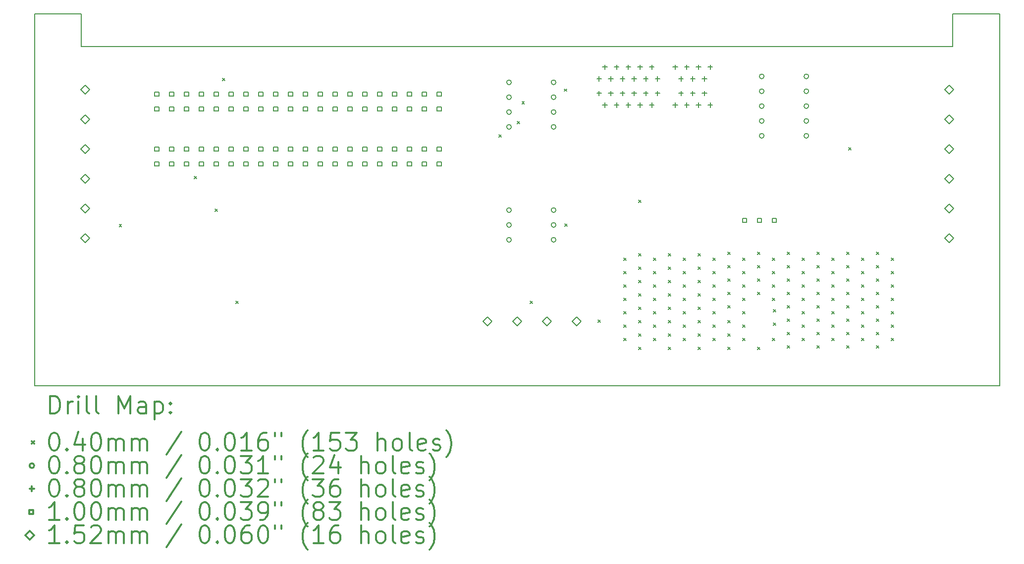
<source format=gbr>
%FSLAX45Y45*%
G04 Gerber Fmt 4.5, Leading zero omitted, Abs format (unit mm)*
G04 Created by KiCad (PCBNEW 4.0.6) date 04/10/18 12:10:36*
%MOMM*%
%LPD*%
G01*
G04 APERTURE LIST*
%ADD10C,0.127000*%
%ADD11C,0.150000*%
%ADD12C,0.200000*%
%ADD13C,0.300000*%
G04 APERTURE END LIST*
D10*
D11*
X6573600Y-9101600D02*
X23063600Y-9101600D01*
X6573600Y-9101600D02*
X7623600Y-9101600D01*
X22263600Y-2743200D02*
X23063600Y-2743200D01*
X22263600Y-2743200D02*
X22263600Y-3300000D01*
X23063600Y-2743200D02*
X23063600Y-9101600D01*
X7373600Y-3300000D02*
X7373600Y-2743200D01*
X6573600Y-2743200D02*
X7373600Y-2743200D01*
X6573600Y-2743200D02*
X6573600Y-9101600D01*
X7373600Y-3300000D02*
X22263600Y-3300000D01*
D12*
X8019100Y-6342700D02*
X8059100Y-6382700D01*
X8059100Y-6342700D02*
X8019100Y-6382700D01*
X9301800Y-5517200D02*
X9341800Y-5557200D01*
X9341800Y-5517200D02*
X9301800Y-5557200D01*
X9657400Y-6076000D02*
X9697400Y-6116000D01*
X9697400Y-6076000D02*
X9657400Y-6116000D01*
X9784400Y-3840800D02*
X9824400Y-3880800D01*
X9824400Y-3840800D02*
X9784400Y-3880800D01*
X10013000Y-7650800D02*
X10053000Y-7690800D01*
X10053000Y-7650800D02*
X10013000Y-7690800D01*
X14508800Y-4806000D02*
X14548800Y-4846000D01*
X14548800Y-4806000D02*
X14508800Y-4846000D01*
X14819950Y-4577400D02*
X14859950Y-4617400D01*
X14859950Y-4577400D02*
X14819950Y-4617400D01*
X14902500Y-4240850D02*
X14942500Y-4280850D01*
X14942500Y-4240850D02*
X14902500Y-4280850D01*
X15042200Y-7650800D02*
X15082200Y-7690800D01*
X15082200Y-7650800D02*
X15042200Y-7690800D01*
X15626400Y-4024950D02*
X15666400Y-4064950D01*
X15666400Y-4024950D02*
X15626400Y-4064950D01*
X15632750Y-6330000D02*
X15672750Y-6370000D01*
X15672750Y-6330000D02*
X15632750Y-6370000D01*
X16200694Y-7976428D02*
X16240694Y-8016428D01*
X16240694Y-7976428D02*
X16200694Y-8016428D01*
X16642400Y-6914200D02*
X16682400Y-6954200D01*
X16682400Y-6914200D02*
X16642400Y-6954200D01*
X16642400Y-7142800D02*
X16682400Y-7182800D01*
X16682400Y-7142800D02*
X16642400Y-7182800D01*
X16642400Y-7371400D02*
X16682400Y-7411400D01*
X16682400Y-7371400D02*
X16642400Y-7411400D01*
X16642400Y-7600000D02*
X16682400Y-7640000D01*
X16682400Y-7600000D02*
X16642400Y-7640000D01*
X16642400Y-7828600D02*
X16682400Y-7868600D01*
X16682400Y-7828600D02*
X16642400Y-7868600D01*
X16642400Y-8057200D02*
X16682400Y-8097200D01*
X16682400Y-8057200D02*
X16642400Y-8097200D01*
X16642400Y-8285800D02*
X16682400Y-8325800D01*
X16682400Y-8285800D02*
X16642400Y-8325800D01*
X16896400Y-5923600D02*
X16936400Y-5963600D01*
X16936400Y-5923600D02*
X16896400Y-5963600D01*
X16896400Y-6838000D02*
X16936400Y-6878000D01*
X16936400Y-6838000D02*
X16896400Y-6878000D01*
X16896400Y-7066600D02*
X16936400Y-7106600D01*
X16936400Y-7066600D02*
X16896400Y-7106600D01*
X16896400Y-7295200D02*
X16936400Y-7335200D01*
X16936400Y-7295200D02*
X16896400Y-7335200D01*
X16896400Y-7523800D02*
X16936400Y-7563800D01*
X16936400Y-7523800D02*
X16896400Y-7563800D01*
X16896400Y-7752400D02*
X16936400Y-7792400D01*
X16936400Y-7752400D02*
X16896400Y-7792400D01*
X16896400Y-7981000D02*
X16936400Y-8021000D01*
X16936400Y-7981000D02*
X16896400Y-8021000D01*
X16896400Y-8209600D02*
X16936400Y-8249600D01*
X16936400Y-8209600D02*
X16896400Y-8249600D01*
X16896400Y-8438200D02*
X16936400Y-8478200D01*
X16936400Y-8438200D02*
X16896400Y-8478200D01*
X17150400Y-6914200D02*
X17190400Y-6954200D01*
X17190400Y-6914200D02*
X17150400Y-6954200D01*
X17150400Y-7142800D02*
X17190400Y-7182800D01*
X17190400Y-7142800D02*
X17150400Y-7182800D01*
X17150400Y-7371400D02*
X17190400Y-7411400D01*
X17190400Y-7371400D02*
X17150400Y-7411400D01*
X17150400Y-7600000D02*
X17190400Y-7640000D01*
X17190400Y-7600000D02*
X17150400Y-7640000D01*
X17150400Y-7828600D02*
X17190400Y-7868600D01*
X17190400Y-7828600D02*
X17150400Y-7868600D01*
X17150400Y-8057200D02*
X17190400Y-8097200D01*
X17190400Y-8057200D02*
X17150400Y-8097200D01*
X17150400Y-8285800D02*
X17190400Y-8325800D01*
X17190400Y-8285800D02*
X17150400Y-8325800D01*
X17404400Y-6838000D02*
X17444400Y-6878000D01*
X17444400Y-6838000D02*
X17404400Y-6878000D01*
X17404400Y-7066600D02*
X17444400Y-7106600D01*
X17444400Y-7066600D02*
X17404400Y-7106600D01*
X17404400Y-7295200D02*
X17444400Y-7335200D01*
X17444400Y-7295200D02*
X17404400Y-7335200D01*
X17404400Y-7523800D02*
X17444400Y-7563800D01*
X17444400Y-7523800D02*
X17404400Y-7563800D01*
X17404400Y-7752400D02*
X17444400Y-7792400D01*
X17444400Y-7752400D02*
X17404400Y-7792400D01*
X17404400Y-7981000D02*
X17444400Y-8021000D01*
X17444400Y-7981000D02*
X17404400Y-8021000D01*
X17404400Y-8209600D02*
X17444400Y-8249600D01*
X17444400Y-8209600D02*
X17404400Y-8249600D01*
X17404400Y-8438200D02*
X17444400Y-8478200D01*
X17444400Y-8438200D02*
X17404400Y-8478200D01*
X17658400Y-6914200D02*
X17698400Y-6954200D01*
X17698400Y-6914200D02*
X17658400Y-6954200D01*
X17658400Y-7142800D02*
X17698400Y-7182800D01*
X17698400Y-7142800D02*
X17658400Y-7182800D01*
X17658400Y-7371400D02*
X17698400Y-7411400D01*
X17698400Y-7371400D02*
X17658400Y-7411400D01*
X17658400Y-7600000D02*
X17698400Y-7640000D01*
X17698400Y-7600000D02*
X17658400Y-7640000D01*
X17658400Y-7828600D02*
X17698400Y-7868600D01*
X17698400Y-7828600D02*
X17658400Y-7868600D01*
X17658400Y-8057200D02*
X17698400Y-8097200D01*
X17698400Y-8057200D02*
X17658400Y-8097200D01*
X17658400Y-8285800D02*
X17698400Y-8325800D01*
X17698400Y-8285800D02*
X17658400Y-8325800D01*
X17912400Y-6838000D02*
X17952400Y-6878000D01*
X17952400Y-6838000D02*
X17912400Y-6878000D01*
X17912400Y-7066600D02*
X17952400Y-7106600D01*
X17952400Y-7066600D02*
X17912400Y-7106600D01*
X17912400Y-7295200D02*
X17952400Y-7335200D01*
X17952400Y-7295200D02*
X17912400Y-7335200D01*
X17912400Y-7523800D02*
X17952400Y-7563800D01*
X17952400Y-7523800D02*
X17912400Y-7563800D01*
X17912400Y-7752400D02*
X17952400Y-7792400D01*
X17952400Y-7752400D02*
X17912400Y-7792400D01*
X17912400Y-7981000D02*
X17952400Y-8021000D01*
X17952400Y-7981000D02*
X17912400Y-8021000D01*
X17912400Y-8209600D02*
X17952400Y-8249600D01*
X17952400Y-8209600D02*
X17912400Y-8249600D01*
X17912400Y-8438200D02*
X17952400Y-8478200D01*
X17952400Y-8438200D02*
X17912400Y-8478200D01*
X18166400Y-6914200D02*
X18206400Y-6954200D01*
X18206400Y-6914200D02*
X18166400Y-6954200D01*
X18166400Y-7142800D02*
X18206400Y-7182800D01*
X18206400Y-7142800D02*
X18166400Y-7182800D01*
X18166400Y-7371400D02*
X18206400Y-7411400D01*
X18206400Y-7371400D02*
X18166400Y-7411400D01*
X18166400Y-7600000D02*
X18206400Y-7640000D01*
X18206400Y-7600000D02*
X18166400Y-7640000D01*
X18166400Y-7828600D02*
X18206400Y-7868600D01*
X18206400Y-7828600D02*
X18166400Y-7868600D01*
X18166400Y-8057200D02*
X18206400Y-8097200D01*
X18206400Y-8057200D02*
X18166400Y-8097200D01*
X18166400Y-8285800D02*
X18206400Y-8325800D01*
X18206400Y-8285800D02*
X18166400Y-8325800D01*
X18420400Y-6812600D02*
X18460400Y-6852600D01*
X18460400Y-6812600D02*
X18420400Y-6852600D01*
X18420400Y-7041200D02*
X18460400Y-7081200D01*
X18460400Y-7041200D02*
X18420400Y-7081200D01*
X18420400Y-7269800D02*
X18460400Y-7309800D01*
X18460400Y-7269800D02*
X18420400Y-7309800D01*
X18420400Y-7498400D02*
X18460400Y-7538400D01*
X18460400Y-7498400D02*
X18420400Y-7538400D01*
X18420400Y-7727000D02*
X18460400Y-7767000D01*
X18460400Y-7727000D02*
X18420400Y-7767000D01*
X18420400Y-7981000D02*
X18460400Y-8021000D01*
X18460400Y-7981000D02*
X18420400Y-8021000D01*
X18420400Y-8209600D02*
X18460400Y-8249600D01*
X18460400Y-8209600D02*
X18420400Y-8249600D01*
X18420400Y-8438200D02*
X18460400Y-8478200D01*
X18460400Y-8438200D02*
X18420400Y-8478200D01*
X18674400Y-6914200D02*
X18714400Y-6954200D01*
X18714400Y-6914200D02*
X18674400Y-6954200D01*
X18674400Y-7142800D02*
X18714400Y-7182800D01*
X18714400Y-7142800D02*
X18674400Y-7182800D01*
X18674400Y-7371400D02*
X18714400Y-7411400D01*
X18714400Y-7371400D02*
X18674400Y-7411400D01*
X18674400Y-7600000D02*
X18714400Y-7640000D01*
X18714400Y-7600000D02*
X18674400Y-7640000D01*
X18674400Y-7828600D02*
X18714400Y-7868600D01*
X18714400Y-7828600D02*
X18674400Y-7868600D01*
X18674400Y-8057200D02*
X18714400Y-8097200D01*
X18714400Y-8057200D02*
X18674400Y-8097200D01*
X18674400Y-8285800D02*
X18714400Y-8325800D01*
X18714400Y-8285800D02*
X18674400Y-8325800D01*
X18928400Y-6812600D02*
X18968400Y-6852600D01*
X18968400Y-6812600D02*
X18928400Y-6852600D01*
X18928400Y-7041200D02*
X18968400Y-7081200D01*
X18968400Y-7041200D02*
X18928400Y-7081200D01*
X18928400Y-7269800D02*
X18968400Y-7309800D01*
X18968400Y-7269800D02*
X18928400Y-7309800D01*
X18928400Y-7498400D02*
X18968400Y-7538400D01*
X18968400Y-7498400D02*
X18928400Y-7538400D01*
X18928400Y-8438200D02*
X18968400Y-8478200D01*
X18968400Y-8438200D02*
X18928400Y-8478200D01*
X19182400Y-6914200D02*
X19222400Y-6954200D01*
X19222400Y-6914200D02*
X19182400Y-6954200D01*
X19182400Y-7142800D02*
X19222400Y-7182800D01*
X19222400Y-7142800D02*
X19182400Y-7182800D01*
X19182400Y-7371400D02*
X19222400Y-7411400D01*
X19222400Y-7371400D02*
X19182400Y-7411400D01*
X19182400Y-7600000D02*
X19222400Y-7640000D01*
X19222400Y-7600000D02*
X19182400Y-7640000D01*
X19182400Y-8285800D02*
X19222400Y-8325800D01*
X19222400Y-8285800D02*
X19182400Y-8325800D01*
X19201450Y-7796850D02*
X19241450Y-7836850D01*
X19241450Y-7796850D02*
X19201450Y-7836850D01*
X19201450Y-8025450D02*
X19241450Y-8065450D01*
X19241450Y-8025450D02*
X19201450Y-8065450D01*
X19436400Y-6812600D02*
X19476400Y-6852600D01*
X19476400Y-6812600D02*
X19436400Y-6852600D01*
X19436400Y-7041200D02*
X19476400Y-7081200D01*
X19476400Y-7041200D02*
X19436400Y-7081200D01*
X19436400Y-7269800D02*
X19476400Y-7309800D01*
X19476400Y-7269800D02*
X19436400Y-7309800D01*
X19436400Y-7498400D02*
X19476400Y-7538400D01*
X19476400Y-7498400D02*
X19436400Y-7538400D01*
X19436400Y-7727000D02*
X19476400Y-7767000D01*
X19476400Y-7727000D02*
X19436400Y-7767000D01*
X19436400Y-7955600D02*
X19476400Y-7995600D01*
X19476400Y-7955600D02*
X19436400Y-7995600D01*
X19436400Y-8184200D02*
X19476400Y-8224200D01*
X19476400Y-8184200D02*
X19436400Y-8224200D01*
X19436400Y-8412800D02*
X19476400Y-8452800D01*
X19476400Y-8412800D02*
X19436400Y-8452800D01*
X19690400Y-6914200D02*
X19730400Y-6954200D01*
X19730400Y-6914200D02*
X19690400Y-6954200D01*
X19690400Y-7142800D02*
X19730400Y-7182800D01*
X19730400Y-7142800D02*
X19690400Y-7182800D01*
X19690400Y-7371400D02*
X19730400Y-7411400D01*
X19730400Y-7371400D02*
X19690400Y-7411400D01*
X19690400Y-7600000D02*
X19730400Y-7640000D01*
X19730400Y-7600000D02*
X19690400Y-7640000D01*
X19690400Y-7828600D02*
X19730400Y-7868600D01*
X19730400Y-7828600D02*
X19690400Y-7868600D01*
X19690400Y-8057200D02*
X19730400Y-8097200D01*
X19730400Y-8057200D02*
X19690400Y-8097200D01*
X19690400Y-8285800D02*
X19730400Y-8325800D01*
X19730400Y-8285800D02*
X19690400Y-8325800D01*
X19944400Y-6812600D02*
X19984400Y-6852600D01*
X19984400Y-6812600D02*
X19944400Y-6852600D01*
X19944400Y-7041200D02*
X19984400Y-7081200D01*
X19984400Y-7041200D02*
X19944400Y-7081200D01*
X19944400Y-7269800D02*
X19984400Y-7309800D01*
X19984400Y-7269800D02*
X19944400Y-7309800D01*
X19944400Y-7498400D02*
X19984400Y-7538400D01*
X19984400Y-7498400D02*
X19944400Y-7538400D01*
X19944400Y-7727000D02*
X19984400Y-7767000D01*
X19984400Y-7727000D02*
X19944400Y-7767000D01*
X19944400Y-7955600D02*
X19984400Y-7995600D01*
X19984400Y-7955600D02*
X19944400Y-7995600D01*
X19944400Y-8184200D02*
X19984400Y-8224200D01*
X19984400Y-8184200D02*
X19944400Y-8224200D01*
X19944400Y-8412800D02*
X19984400Y-8452800D01*
X19984400Y-8412800D02*
X19944400Y-8452800D01*
X20198400Y-6914200D02*
X20238400Y-6954200D01*
X20238400Y-6914200D02*
X20198400Y-6954200D01*
X20198400Y-7142800D02*
X20238400Y-7182800D01*
X20238400Y-7142800D02*
X20198400Y-7182800D01*
X20198400Y-7371400D02*
X20238400Y-7411400D01*
X20238400Y-7371400D02*
X20198400Y-7411400D01*
X20198400Y-7600000D02*
X20238400Y-7640000D01*
X20238400Y-7600000D02*
X20198400Y-7640000D01*
X20198400Y-7828600D02*
X20238400Y-7868600D01*
X20238400Y-7828600D02*
X20198400Y-7868600D01*
X20198400Y-8057200D02*
X20238400Y-8097200D01*
X20238400Y-8057200D02*
X20198400Y-8097200D01*
X20198400Y-8285800D02*
X20238400Y-8325800D01*
X20238400Y-8285800D02*
X20198400Y-8325800D01*
X20452400Y-6812600D02*
X20492400Y-6852600D01*
X20492400Y-6812600D02*
X20452400Y-6852600D01*
X20452400Y-7041200D02*
X20492400Y-7081200D01*
X20492400Y-7041200D02*
X20452400Y-7081200D01*
X20452400Y-7269800D02*
X20492400Y-7309800D01*
X20492400Y-7269800D02*
X20452400Y-7309800D01*
X20452400Y-7498400D02*
X20492400Y-7538400D01*
X20492400Y-7498400D02*
X20452400Y-7538400D01*
X20452400Y-7727000D02*
X20492400Y-7767000D01*
X20492400Y-7727000D02*
X20452400Y-7767000D01*
X20452400Y-7955600D02*
X20492400Y-7995600D01*
X20492400Y-7955600D02*
X20452400Y-7995600D01*
X20452400Y-8184200D02*
X20492400Y-8224200D01*
X20492400Y-8184200D02*
X20452400Y-8224200D01*
X20452400Y-8412800D02*
X20492400Y-8452800D01*
X20492400Y-8412800D02*
X20452400Y-8452800D01*
X20484912Y-5027996D02*
X20524912Y-5067996D01*
X20524912Y-5027996D02*
X20484912Y-5067996D01*
X20706400Y-6914200D02*
X20746400Y-6954200D01*
X20746400Y-6914200D02*
X20706400Y-6954200D01*
X20706400Y-7142800D02*
X20746400Y-7182800D01*
X20746400Y-7142800D02*
X20706400Y-7182800D01*
X20706400Y-7371400D02*
X20746400Y-7411400D01*
X20746400Y-7371400D02*
X20706400Y-7411400D01*
X20706400Y-7600000D02*
X20746400Y-7640000D01*
X20746400Y-7600000D02*
X20706400Y-7640000D01*
X20706400Y-7828600D02*
X20746400Y-7868600D01*
X20746400Y-7828600D02*
X20706400Y-7868600D01*
X20706400Y-8057200D02*
X20746400Y-8097200D01*
X20746400Y-8057200D02*
X20706400Y-8097200D01*
X20706400Y-8285800D02*
X20746400Y-8325800D01*
X20746400Y-8285800D02*
X20706400Y-8325800D01*
X20960400Y-6812600D02*
X21000400Y-6852600D01*
X21000400Y-6812600D02*
X20960400Y-6852600D01*
X20960400Y-7041200D02*
X21000400Y-7081200D01*
X21000400Y-7041200D02*
X20960400Y-7081200D01*
X20960400Y-7269800D02*
X21000400Y-7309800D01*
X21000400Y-7269800D02*
X20960400Y-7309800D01*
X20960400Y-7498400D02*
X21000400Y-7538400D01*
X21000400Y-7498400D02*
X20960400Y-7538400D01*
X20960400Y-7727000D02*
X21000400Y-7767000D01*
X21000400Y-7727000D02*
X20960400Y-7767000D01*
X20960400Y-7955600D02*
X21000400Y-7995600D01*
X21000400Y-7955600D02*
X20960400Y-7995600D01*
X20960400Y-8184200D02*
X21000400Y-8224200D01*
X21000400Y-8184200D02*
X20960400Y-8224200D01*
X20960400Y-8412800D02*
X21000400Y-8452800D01*
X21000400Y-8412800D02*
X20960400Y-8452800D01*
X21214400Y-6914200D02*
X21254400Y-6954200D01*
X21254400Y-6914200D02*
X21214400Y-6954200D01*
X21214400Y-7142800D02*
X21254400Y-7182800D01*
X21254400Y-7142800D02*
X21214400Y-7182800D01*
X21214400Y-7371400D02*
X21254400Y-7411400D01*
X21254400Y-7371400D02*
X21214400Y-7411400D01*
X21214400Y-7600000D02*
X21254400Y-7640000D01*
X21254400Y-7600000D02*
X21214400Y-7640000D01*
X21214400Y-7828600D02*
X21254400Y-7868600D01*
X21254400Y-7828600D02*
X21214400Y-7868600D01*
X21214400Y-8057200D02*
X21254400Y-8097200D01*
X21254400Y-8057200D02*
X21214400Y-8097200D01*
X21214400Y-8285800D02*
X21254400Y-8325800D01*
X21254400Y-8285800D02*
X21214400Y-8325800D01*
X14721200Y-3911600D02*
G75*
G03X14721200Y-3911600I-40000J0D01*
G01*
X14721200Y-4165600D02*
G75*
G03X14721200Y-4165600I-40000J0D01*
G01*
X14721200Y-4419600D02*
G75*
G03X14721200Y-4419600I-40000J0D01*
G01*
X14721200Y-4673600D02*
G75*
G03X14721200Y-4673600I-40000J0D01*
G01*
X14721200Y-6096000D02*
G75*
G03X14721200Y-6096000I-40000J0D01*
G01*
X14721200Y-6350000D02*
G75*
G03X14721200Y-6350000I-40000J0D01*
G01*
X14721200Y-6604000D02*
G75*
G03X14721200Y-6604000I-40000J0D01*
G01*
X15483200Y-3911600D02*
G75*
G03X15483200Y-3911600I-40000J0D01*
G01*
X15483200Y-4165600D02*
G75*
G03X15483200Y-4165600I-40000J0D01*
G01*
X15483200Y-4419600D02*
G75*
G03X15483200Y-4419600I-40000J0D01*
G01*
X15483200Y-4673600D02*
G75*
G03X15483200Y-4673600I-40000J0D01*
G01*
X15483200Y-6096000D02*
G75*
G03X15483200Y-6096000I-40000J0D01*
G01*
X15483200Y-6350000D02*
G75*
G03X15483200Y-6350000I-40000J0D01*
G01*
X15483200Y-6604000D02*
G75*
G03X15483200Y-6604000I-40000J0D01*
G01*
X19040000Y-3810000D02*
G75*
G03X19040000Y-3810000I-40000J0D01*
G01*
X19040000Y-4064000D02*
G75*
G03X19040000Y-4064000I-40000J0D01*
G01*
X19040000Y-4318000D02*
G75*
G03X19040000Y-4318000I-40000J0D01*
G01*
X19040000Y-4572000D02*
G75*
G03X19040000Y-4572000I-40000J0D01*
G01*
X19040000Y-4826000D02*
G75*
G03X19040000Y-4826000I-40000J0D01*
G01*
X19802000Y-3810000D02*
G75*
G03X19802000Y-3810000I-40000J0D01*
G01*
X19802000Y-4064000D02*
G75*
G03X19802000Y-4064000I-40000J0D01*
G01*
X19802000Y-4318000D02*
G75*
G03X19802000Y-4318000I-40000J0D01*
G01*
X19802000Y-4572000D02*
G75*
G03X19802000Y-4572000I-40000J0D01*
G01*
X19802000Y-4826000D02*
G75*
G03X19802000Y-4826000I-40000J0D01*
G01*
X16220440Y-3810127D02*
X16220440Y-3890137D01*
X16180435Y-3850132D02*
X16260445Y-3850132D01*
X16220440Y-4060063D02*
X16220440Y-4140073D01*
X16180435Y-4100068D02*
X16260445Y-4100068D01*
X16320516Y-3609975D02*
X16320516Y-3689985D01*
X16280511Y-3649980D02*
X16360521Y-3649980D01*
X16320516Y-4260215D02*
X16320516Y-4340225D01*
X16280511Y-4300220D02*
X16360521Y-4300220D01*
X16420338Y-3810127D02*
X16420338Y-3890137D01*
X16380333Y-3850132D02*
X16460343Y-3850132D01*
X16420338Y-4060063D02*
X16420338Y-4140073D01*
X16380333Y-4100068D02*
X16460343Y-4100068D01*
X16520414Y-3609975D02*
X16520414Y-3689985D01*
X16480409Y-3649980D02*
X16560419Y-3649980D01*
X16520414Y-4260215D02*
X16520414Y-4340225D01*
X16480409Y-4300220D02*
X16560419Y-4300220D01*
X16620490Y-3810127D02*
X16620490Y-3890137D01*
X16580485Y-3850132D02*
X16660495Y-3850132D01*
X16620490Y-4060063D02*
X16620490Y-4140073D01*
X16580485Y-4100068D02*
X16660495Y-4100068D01*
X16720312Y-3609975D02*
X16720312Y-3689985D01*
X16680307Y-3649980D02*
X16760317Y-3649980D01*
X16720312Y-4260215D02*
X16720312Y-4340225D01*
X16680307Y-4300220D02*
X16760317Y-4300220D01*
X16820388Y-3810127D02*
X16820388Y-3890137D01*
X16780383Y-3850132D02*
X16860393Y-3850132D01*
X16820388Y-4060063D02*
X16820388Y-4140073D01*
X16780383Y-4100068D02*
X16860393Y-4100068D01*
X16920464Y-3609975D02*
X16920464Y-3689985D01*
X16880459Y-3649980D02*
X16960469Y-3649980D01*
X16920464Y-4260215D02*
X16920464Y-4340225D01*
X16880459Y-4300220D02*
X16960469Y-4300220D01*
X17020286Y-3810127D02*
X17020286Y-3890137D01*
X16980281Y-3850132D02*
X17060291Y-3850132D01*
X17020286Y-4060063D02*
X17020286Y-4140073D01*
X16980281Y-4100068D02*
X17060291Y-4100068D01*
X17120362Y-3609975D02*
X17120362Y-3689985D01*
X17080357Y-3649980D02*
X17160367Y-3649980D01*
X17120362Y-4260215D02*
X17120362Y-4340225D01*
X17080357Y-4300220D02*
X17160367Y-4300220D01*
X17220438Y-3810127D02*
X17220438Y-3890137D01*
X17180433Y-3850132D02*
X17260443Y-3850132D01*
X17220438Y-4060063D02*
X17220438Y-4140073D01*
X17180433Y-4100068D02*
X17260443Y-4100068D01*
X17520412Y-3609975D02*
X17520412Y-3689985D01*
X17480407Y-3649980D02*
X17560417Y-3649980D01*
X17520412Y-4260215D02*
X17520412Y-4340225D01*
X17480407Y-4300220D02*
X17560417Y-4300220D01*
X17620488Y-3810127D02*
X17620488Y-3890137D01*
X17580483Y-3850132D02*
X17660493Y-3850132D01*
X17620488Y-4060063D02*
X17620488Y-4140073D01*
X17580483Y-4100068D02*
X17660493Y-4100068D01*
X17720310Y-3609975D02*
X17720310Y-3689985D01*
X17680305Y-3649980D02*
X17760315Y-3649980D01*
X17720310Y-4260215D02*
X17720310Y-4340225D01*
X17680305Y-4300220D02*
X17760315Y-4300220D01*
X17820386Y-3810127D02*
X17820386Y-3890137D01*
X17780381Y-3850132D02*
X17860391Y-3850132D01*
X17820386Y-4060063D02*
X17820386Y-4140073D01*
X17780381Y-4100068D02*
X17860391Y-4100068D01*
X17920462Y-3609975D02*
X17920462Y-3689985D01*
X17880457Y-3649980D02*
X17960467Y-3649980D01*
X17920462Y-4260215D02*
X17920462Y-4340225D01*
X17880457Y-4300220D02*
X17960467Y-4300220D01*
X18020284Y-3810127D02*
X18020284Y-3890137D01*
X17980279Y-3850132D02*
X18060289Y-3850132D01*
X18020284Y-4060063D02*
X18020284Y-4140073D01*
X17980279Y-4100068D02*
X18060289Y-4100068D01*
X18120360Y-3609975D02*
X18120360Y-3689985D01*
X18080355Y-3649980D02*
X18160365Y-3649980D01*
X18120360Y-4260215D02*
X18120360Y-4340225D01*
X18080355Y-4300220D02*
X18160365Y-4300220D01*
X8696756Y-4150156D02*
X8696756Y-4079444D01*
X8626044Y-4079444D01*
X8626044Y-4150156D01*
X8696756Y-4150156D01*
X8696756Y-4404156D02*
X8696756Y-4333444D01*
X8626044Y-4333444D01*
X8626044Y-4404156D01*
X8696756Y-4404156D01*
X8696756Y-5089956D02*
X8696756Y-5019244D01*
X8626044Y-5019244D01*
X8626044Y-5089956D01*
X8696756Y-5089956D01*
X8696756Y-5343956D02*
X8696756Y-5273244D01*
X8626044Y-5273244D01*
X8626044Y-5343956D01*
X8696756Y-5343956D01*
X8950756Y-4150156D02*
X8950756Y-4079444D01*
X8880044Y-4079444D01*
X8880044Y-4150156D01*
X8950756Y-4150156D01*
X8950756Y-4404156D02*
X8950756Y-4333444D01*
X8880044Y-4333444D01*
X8880044Y-4404156D01*
X8950756Y-4404156D01*
X8950756Y-5089956D02*
X8950756Y-5019244D01*
X8880044Y-5019244D01*
X8880044Y-5089956D01*
X8950756Y-5089956D01*
X8950756Y-5343956D02*
X8950756Y-5273244D01*
X8880044Y-5273244D01*
X8880044Y-5343956D01*
X8950756Y-5343956D01*
X9204756Y-4150156D02*
X9204756Y-4079444D01*
X9134044Y-4079444D01*
X9134044Y-4150156D01*
X9204756Y-4150156D01*
X9204756Y-4404156D02*
X9204756Y-4333444D01*
X9134044Y-4333444D01*
X9134044Y-4404156D01*
X9204756Y-4404156D01*
X9204756Y-5089956D02*
X9204756Y-5019244D01*
X9134044Y-5019244D01*
X9134044Y-5089956D01*
X9204756Y-5089956D01*
X9204756Y-5343956D02*
X9204756Y-5273244D01*
X9134044Y-5273244D01*
X9134044Y-5343956D01*
X9204756Y-5343956D01*
X9458756Y-4150156D02*
X9458756Y-4079444D01*
X9388044Y-4079444D01*
X9388044Y-4150156D01*
X9458756Y-4150156D01*
X9458756Y-4404156D02*
X9458756Y-4333444D01*
X9388044Y-4333444D01*
X9388044Y-4404156D01*
X9458756Y-4404156D01*
X9458756Y-5089956D02*
X9458756Y-5019244D01*
X9388044Y-5019244D01*
X9388044Y-5089956D01*
X9458756Y-5089956D01*
X9458756Y-5343956D02*
X9458756Y-5273244D01*
X9388044Y-5273244D01*
X9388044Y-5343956D01*
X9458756Y-5343956D01*
X9712756Y-4150156D02*
X9712756Y-4079444D01*
X9642044Y-4079444D01*
X9642044Y-4150156D01*
X9712756Y-4150156D01*
X9712756Y-4404156D02*
X9712756Y-4333444D01*
X9642044Y-4333444D01*
X9642044Y-4404156D01*
X9712756Y-4404156D01*
X9712756Y-5089956D02*
X9712756Y-5019244D01*
X9642044Y-5019244D01*
X9642044Y-5089956D01*
X9712756Y-5089956D01*
X9712756Y-5343956D02*
X9712756Y-5273244D01*
X9642044Y-5273244D01*
X9642044Y-5343956D01*
X9712756Y-5343956D01*
X9966756Y-4150156D02*
X9966756Y-4079444D01*
X9896044Y-4079444D01*
X9896044Y-4150156D01*
X9966756Y-4150156D01*
X9966756Y-4404156D02*
X9966756Y-4333444D01*
X9896044Y-4333444D01*
X9896044Y-4404156D01*
X9966756Y-4404156D01*
X9966756Y-5089956D02*
X9966756Y-5019244D01*
X9896044Y-5019244D01*
X9896044Y-5089956D01*
X9966756Y-5089956D01*
X9966756Y-5343956D02*
X9966756Y-5273244D01*
X9896044Y-5273244D01*
X9896044Y-5343956D01*
X9966756Y-5343956D01*
X10220756Y-4150156D02*
X10220756Y-4079444D01*
X10150044Y-4079444D01*
X10150044Y-4150156D01*
X10220756Y-4150156D01*
X10220756Y-4404156D02*
X10220756Y-4333444D01*
X10150044Y-4333444D01*
X10150044Y-4404156D01*
X10220756Y-4404156D01*
X10220756Y-5089956D02*
X10220756Y-5019244D01*
X10150044Y-5019244D01*
X10150044Y-5089956D01*
X10220756Y-5089956D01*
X10220756Y-5343956D02*
X10220756Y-5273244D01*
X10150044Y-5273244D01*
X10150044Y-5343956D01*
X10220756Y-5343956D01*
X10474756Y-4150156D02*
X10474756Y-4079444D01*
X10404044Y-4079444D01*
X10404044Y-4150156D01*
X10474756Y-4150156D01*
X10474756Y-4404156D02*
X10474756Y-4333444D01*
X10404044Y-4333444D01*
X10404044Y-4404156D01*
X10474756Y-4404156D01*
X10474756Y-5089956D02*
X10474756Y-5019244D01*
X10404044Y-5019244D01*
X10404044Y-5089956D01*
X10474756Y-5089956D01*
X10474756Y-5343956D02*
X10474756Y-5273244D01*
X10404044Y-5273244D01*
X10404044Y-5343956D01*
X10474756Y-5343956D01*
X10728756Y-4150156D02*
X10728756Y-4079444D01*
X10658044Y-4079444D01*
X10658044Y-4150156D01*
X10728756Y-4150156D01*
X10728756Y-4404156D02*
X10728756Y-4333444D01*
X10658044Y-4333444D01*
X10658044Y-4404156D01*
X10728756Y-4404156D01*
X10728756Y-5089956D02*
X10728756Y-5019244D01*
X10658044Y-5019244D01*
X10658044Y-5089956D01*
X10728756Y-5089956D01*
X10728756Y-5343956D02*
X10728756Y-5273244D01*
X10658044Y-5273244D01*
X10658044Y-5343956D01*
X10728756Y-5343956D01*
X10982756Y-4150156D02*
X10982756Y-4079444D01*
X10912044Y-4079444D01*
X10912044Y-4150156D01*
X10982756Y-4150156D01*
X10982756Y-4404156D02*
X10982756Y-4333444D01*
X10912044Y-4333444D01*
X10912044Y-4404156D01*
X10982756Y-4404156D01*
X10982756Y-5089956D02*
X10982756Y-5019244D01*
X10912044Y-5019244D01*
X10912044Y-5089956D01*
X10982756Y-5089956D01*
X10982756Y-5343956D02*
X10982756Y-5273244D01*
X10912044Y-5273244D01*
X10912044Y-5343956D01*
X10982756Y-5343956D01*
X11236756Y-4150156D02*
X11236756Y-4079444D01*
X11166044Y-4079444D01*
X11166044Y-4150156D01*
X11236756Y-4150156D01*
X11236756Y-4404156D02*
X11236756Y-4333444D01*
X11166044Y-4333444D01*
X11166044Y-4404156D01*
X11236756Y-4404156D01*
X11236756Y-5089956D02*
X11236756Y-5019244D01*
X11166044Y-5019244D01*
X11166044Y-5089956D01*
X11236756Y-5089956D01*
X11236756Y-5343956D02*
X11236756Y-5273244D01*
X11166044Y-5273244D01*
X11166044Y-5343956D01*
X11236756Y-5343956D01*
X11490756Y-4150156D02*
X11490756Y-4079444D01*
X11420044Y-4079444D01*
X11420044Y-4150156D01*
X11490756Y-4150156D01*
X11490756Y-4404156D02*
X11490756Y-4333444D01*
X11420044Y-4333444D01*
X11420044Y-4404156D01*
X11490756Y-4404156D01*
X11490756Y-5089956D02*
X11490756Y-5019244D01*
X11420044Y-5019244D01*
X11420044Y-5089956D01*
X11490756Y-5089956D01*
X11490756Y-5343956D02*
X11490756Y-5273244D01*
X11420044Y-5273244D01*
X11420044Y-5343956D01*
X11490756Y-5343956D01*
X11744756Y-4150156D02*
X11744756Y-4079444D01*
X11674044Y-4079444D01*
X11674044Y-4150156D01*
X11744756Y-4150156D01*
X11744756Y-4404156D02*
X11744756Y-4333444D01*
X11674044Y-4333444D01*
X11674044Y-4404156D01*
X11744756Y-4404156D01*
X11744756Y-5089956D02*
X11744756Y-5019244D01*
X11674044Y-5019244D01*
X11674044Y-5089956D01*
X11744756Y-5089956D01*
X11744756Y-5343956D02*
X11744756Y-5273244D01*
X11674044Y-5273244D01*
X11674044Y-5343956D01*
X11744756Y-5343956D01*
X11998756Y-4150156D02*
X11998756Y-4079444D01*
X11928044Y-4079444D01*
X11928044Y-4150156D01*
X11998756Y-4150156D01*
X11998756Y-4404156D02*
X11998756Y-4333444D01*
X11928044Y-4333444D01*
X11928044Y-4404156D01*
X11998756Y-4404156D01*
X11998756Y-5089956D02*
X11998756Y-5019244D01*
X11928044Y-5019244D01*
X11928044Y-5089956D01*
X11998756Y-5089956D01*
X11998756Y-5343956D02*
X11998756Y-5273244D01*
X11928044Y-5273244D01*
X11928044Y-5343956D01*
X11998756Y-5343956D01*
X12252756Y-4150156D02*
X12252756Y-4079444D01*
X12182044Y-4079444D01*
X12182044Y-4150156D01*
X12252756Y-4150156D01*
X12252756Y-4404156D02*
X12252756Y-4333444D01*
X12182044Y-4333444D01*
X12182044Y-4404156D01*
X12252756Y-4404156D01*
X12252756Y-5089956D02*
X12252756Y-5019244D01*
X12182044Y-5019244D01*
X12182044Y-5089956D01*
X12252756Y-5089956D01*
X12252756Y-5343956D02*
X12252756Y-5273244D01*
X12182044Y-5273244D01*
X12182044Y-5343956D01*
X12252756Y-5343956D01*
X12506756Y-4150156D02*
X12506756Y-4079444D01*
X12436044Y-4079444D01*
X12436044Y-4150156D01*
X12506756Y-4150156D01*
X12506756Y-4404156D02*
X12506756Y-4333444D01*
X12436044Y-4333444D01*
X12436044Y-4404156D01*
X12506756Y-4404156D01*
X12506756Y-5089956D02*
X12506756Y-5019244D01*
X12436044Y-5019244D01*
X12436044Y-5089956D01*
X12506756Y-5089956D01*
X12506756Y-5343956D02*
X12506756Y-5273244D01*
X12436044Y-5273244D01*
X12436044Y-5343956D01*
X12506756Y-5343956D01*
X12760756Y-4150156D02*
X12760756Y-4079444D01*
X12690044Y-4079444D01*
X12690044Y-4150156D01*
X12760756Y-4150156D01*
X12760756Y-4404156D02*
X12760756Y-4333444D01*
X12690044Y-4333444D01*
X12690044Y-4404156D01*
X12760756Y-4404156D01*
X12760756Y-5089956D02*
X12760756Y-5019244D01*
X12690044Y-5019244D01*
X12690044Y-5089956D01*
X12760756Y-5089956D01*
X12760756Y-5343956D02*
X12760756Y-5273244D01*
X12690044Y-5273244D01*
X12690044Y-5343956D01*
X12760756Y-5343956D01*
X13014756Y-4150156D02*
X13014756Y-4079444D01*
X12944044Y-4079444D01*
X12944044Y-4150156D01*
X13014756Y-4150156D01*
X13014756Y-4404156D02*
X13014756Y-4333444D01*
X12944044Y-4333444D01*
X12944044Y-4404156D01*
X13014756Y-4404156D01*
X13014756Y-5089956D02*
X13014756Y-5019244D01*
X12944044Y-5019244D01*
X12944044Y-5089956D01*
X13014756Y-5089956D01*
X13014756Y-5343956D02*
X13014756Y-5273244D01*
X12944044Y-5273244D01*
X12944044Y-5343956D01*
X13014756Y-5343956D01*
X13268756Y-4150156D02*
X13268756Y-4079444D01*
X13198044Y-4079444D01*
X13198044Y-4150156D01*
X13268756Y-4150156D01*
X13268756Y-4404156D02*
X13268756Y-4333444D01*
X13198044Y-4333444D01*
X13198044Y-4404156D01*
X13268756Y-4404156D01*
X13268756Y-5089956D02*
X13268756Y-5019244D01*
X13198044Y-5019244D01*
X13198044Y-5089956D01*
X13268756Y-5089956D01*
X13268756Y-5343956D02*
X13268756Y-5273244D01*
X13198044Y-5273244D01*
X13198044Y-5343956D01*
X13268756Y-5343956D01*
X13522756Y-4150156D02*
X13522756Y-4079444D01*
X13452044Y-4079444D01*
X13452044Y-4150156D01*
X13522756Y-4150156D01*
X13522756Y-4404156D02*
X13522756Y-4333444D01*
X13452044Y-4333444D01*
X13452044Y-4404156D01*
X13522756Y-4404156D01*
X13522756Y-5089956D02*
X13522756Y-5019244D01*
X13452044Y-5019244D01*
X13452044Y-5089956D01*
X13522756Y-5089956D01*
X13522756Y-5343956D02*
X13522756Y-5273244D01*
X13452044Y-5273244D01*
X13452044Y-5343956D01*
X13522756Y-5343956D01*
X18741356Y-6308356D02*
X18741356Y-6237644D01*
X18670644Y-6237644D01*
X18670644Y-6308356D01*
X18741356Y-6308356D01*
X18995356Y-6308356D02*
X18995356Y-6237644D01*
X18924644Y-6237644D01*
X18924644Y-6308356D01*
X18995356Y-6308356D01*
X19249356Y-6308356D02*
X19249356Y-6237644D01*
X19178644Y-6237644D01*
X19178644Y-6308356D01*
X19249356Y-6308356D01*
X7442200Y-4114800D02*
X7518400Y-4038600D01*
X7442200Y-3962400D01*
X7366000Y-4038600D01*
X7442200Y-4114800D01*
X7442200Y-4622800D02*
X7518400Y-4546600D01*
X7442200Y-4470400D01*
X7366000Y-4546600D01*
X7442200Y-4622800D01*
X7442200Y-5130800D02*
X7518400Y-5054600D01*
X7442200Y-4978400D01*
X7366000Y-5054600D01*
X7442200Y-5130800D01*
X7442200Y-5638800D02*
X7518400Y-5562600D01*
X7442200Y-5486400D01*
X7366000Y-5562600D01*
X7442200Y-5638800D01*
X7442200Y-6146800D02*
X7518400Y-6070600D01*
X7442200Y-5994400D01*
X7366000Y-6070600D01*
X7442200Y-6146800D01*
X7442200Y-6654800D02*
X7518400Y-6578600D01*
X7442200Y-6502400D01*
X7366000Y-6578600D01*
X7442200Y-6654800D01*
X14312900Y-8077200D02*
X14389100Y-8001000D01*
X14312900Y-7924800D01*
X14236700Y-8001000D01*
X14312900Y-8077200D01*
X14820900Y-8077200D02*
X14897100Y-8001000D01*
X14820900Y-7924800D01*
X14744700Y-8001000D01*
X14820900Y-8077200D01*
X15328900Y-8077200D02*
X15405100Y-8001000D01*
X15328900Y-7924800D01*
X15252700Y-8001000D01*
X15328900Y-8077200D01*
X15836900Y-8077200D02*
X15913100Y-8001000D01*
X15836900Y-7924800D01*
X15760700Y-8001000D01*
X15836900Y-8077200D01*
X22207600Y-4114800D02*
X22283800Y-4038600D01*
X22207600Y-3962400D01*
X22131400Y-4038600D01*
X22207600Y-4114800D01*
X22207600Y-4622800D02*
X22283800Y-4546600D01*
X22207600Y-4470400D01*
X22131400Y-4546600D01*
X22207600Y-4622800D01*
X22207600Y-5130800D02*
X22283800Y-5054600D01*
X22207600Y-4978400D01*
X22131400Y-5054600D01*
X22207600Y-5130800D01*
X22207600Y-5638800D02*
X22283800Y-5562600D01*
X22207600Y-5486400D01*
X22131400Y-5562600D01*
X22207600Y-5638800D01*
X22207600Y-6146800D02*
X22283800Y-6070600D01*
X22207600Y-5994400D01*
X22131400Y-6070600D01*
X22207600Y-6146800D01*
X22207600Y-6654800D02*
X22283800Y-6578600D01*
X22207600Y-6502400D01*
X22131400Y-6578600D01*
X22207600Y-6654800D01*
D13*
X6837528Y-9574814D02*
X6837528Y-9274814D01*
X6908957Y-9274814D01*
X6951814Y-9289100D01*
X6980386Y-9317672D01*
X6994671Y-9346243D01*
X7008957Y-9403386D01*
X7008957Y-9446243D01*
X6994671Y-9503386D01*
X6980386Y-9531957D01*
X6951814Y-9560529D01*
X6908957Y-9574814D01*
X6837528Y-9574814D01*
X7137528Y-9574814D02*
X7137528Y-9374814D01*
X7137528Y-9431957D02*
X7151814Y-9403386D01*
X7166100Y-9389100D01*
X7194671Y-9374814D01*
X7223243Y-9374814D01*
X7323243Y-9574814D02*
X7323243Y-9374814D01*
X7323243Y-9274814D02*
X7308957Y-9289100D01*
X7323243Y-9303386D01*
X7337528Y-9289100D01*
X7323243Y-9274814D01*
X7323243Y-9303386D01*
X7508957Y-9574814D02*
X7480386Y-9560529D01*
X7466100Y-9531957D01*
X7466100Y-9274814D01*
X7666100Y-9574814D02*
X7637528Y-9560529D01*
X7623243Y-9531957D01*
X7623243Y-9274814D01*
X8008957Y-9574814D02*
X8008957Y-9274814D01*
X8108957Y-9489100D01*
X8208957Y-9274814D01*
X8208957Y-9574814D01*
X8480386Y-9574814D02*
X8480386Y-9417672D01*
X8466100Y-9389100D01*
X8437529Y-9374814D01*
X8380386Y-9374814D01*
X8351814Y-9389100D01*
X8480386Y-9560529D02*
X8451814Y-9574814D01*
X8380386Y-9574814D01*
X8351814Y-9560529D01*
X8337528Y-9531957D01*
X8337528Y-9503386D01*
X8351814Y-9474814D01*
X8380386Y-9460529D01*
X8451814Y-9460529D01*
X8480386Y-9446243D01*
X8623243Y-9374814D02*
X8623243Y-9674814D01*
X8623243Y-9389100D02*
X8651814Y-9374814D01*
X8708957Y-9374814D01*
X8737529Y-9389100D01*
X8751814Y-9403386D01*
X8766100Y-9431957D01*
X8766100Y-9517672D01*
X8751814Y-9546243D01*
X8737529Y-9560529D01*
X8708957Y-9574814D01*
X8651814Y-9574814D01*
X8623243Y-9560529D01*
X8894671Y-9546243D02*
X8908957Y-9560529D01*
X8894671Y-9574814D01*
X8880386Y-9560529D01*
X8894671Y-9546243D01*
X8894671Y-9574814D01*
X8894671Y-9389100D02*
X8908957Y-9403386D01*
X8894671Y-9417672D01*
X8880386Y-9403386D01*
X8894671Y-9389100D01*
X8894671Y-9417672D01*
X6526100Y-10049100D02*
X6566100Y-10089100D01*
X6566100Y-10049100D02*
X6526100Y-10089100D01*
X6894671Y-9904814D02*
X6923243Y-9904814D01*
X6951814Y-9919100D01*
X6966100Y-9933386D01*
X6980386Y-9961957D01*
X6994671Y-10019100D01*
X6994671Y-10090529D01*
X6980386Y-10147672D01*
X6966100Y-10176243D01*
X6951814Y-10190529D01*
X6923243Y-10204814D01*
X6894671Y-10204814D01*
X6866100Y-10190529D01*
X6851814Y-10176243D01*
X6837528Y-10147672D01*
X6823243Y-10090529D01*
X6823243Y-10019100D01*
X6837528Y-9961957D01*
X6851814Y-9933386D01*
X6866100Y-9919100D01*
X6894671Y-9904814D01*
X7123243Y-10176243D02*
X7137528Y-10190529D01*
X7123243Y-10204814D01*
X7108957Y-10190529D01*
X7123243Y-10176243D01*
X7123243Y-10204814D01*
X7394671Y-10004814D02*
X7394671Y-10204814D01*
X7323243Y-9890529D02*
X7251814Y-10104814D01*
X7437528Y-10104814D01*
X7608957Y-9904814D02*
X7637528Y-9904814D01*
X7666100Y-9919100D01*
X7680386Y-9933386D01*
X7694671Y-9961957D01*
X7708957Y-10019100D01*
X7708957Y-10090529D01*
X7694671Y-10147672D01*
X7680386Y-10176243D01*
X7666100Y-10190529D01*
X7637528Y-10204814D01*
X7608957Y-10204814D01*
X7580386Y-10190529D01*
X7566100Y-10176243D01*
X7551814Y-10147672D01*
X7537528Y-10090529D01*
X7537528Y-10019100D01*
X7551814Y-9961957D01*
X7566100Y-9933386D01*
X7580386Y-9919100D01*
X7608957Y-9904814D01*
X7837528Y-10204814D02*
X7837528Y-10004814D01*
X7837528Y-10033386D02*
X7851814Y-10019100D01*
X7880386Y-10004814D01*
X7923243Y-10004814D01*
X7951814Y-10019100D01*
X7966100Y-10047672D01*
X7966100Y-10204814D01*
X7966100Y-10047672D02*
X7980386Y-10019100D01*
X8008957Y-10004814D01*
X8051814Y-10004814D01*
X8080386Y-10019100D01*
X8094671Y-10047672D01*
X8094671Y-10204814D01*
X8237528Y-10204814D02*
X8237528Y-10004814D01*
X8237528Y-10033386D02*
X8251814Y-10019100D01*
X8280386Y-10004814D01*
X8323243Y-10004814D01*
X8351814Y-10019100D01*
X8366100Y-10047672D01*
X8366100Y-10204814D01*
X8366100Y-10047672D02*
X8380386Y-10019100D01*
X8408957Y-10004814D01*
X8451814Y-10004814D01*
X8480386Y-10019100D01*
X8494671Y-10047672D01*
X8494671Y-10204814D01*
X9080386Y-9890529D02*
X8823243Y-10276243D01*
X9466100Y-9904814D02*
X9494671Y-9904814D01*
X9523243Y-9919100D01*
X9537528Y-9933386D01*
X9551814Y-9961957D01*
X9566100Y-10019100D01*
X9566100Y-10090529D01*
X9551814Y-10147672D01*
X9537528Y-10176243D01*
X9523243Y-10190529D01*
X9494671Y-10204814D01*
X9466100Y-10204814D01*
X9437528Y-10190529D01*
X9423243Y-10176243D01*
X9408957Y-10147672D01*
X9394671Y-10090529D01*
X9394671Y-10019100D01*
X9408957Y-9961957D01*
X9423243Y-9933386D01*
X9437528Y-9919100D01*
X9466100Y-9904814D01*
X9694671Y-10176243D02*
X9708957Y-10190529D01*
X9694671Y-10204814D01*
X9680386Y-10190529D01*
X9694671Y-10176243D01*
X9694671Y-10204814D01*
X9894671Y-9904814D02*
X9923243Y-9904814D01*
X9951814Y-9919100D01*
X9966100Y-9933386D01*
X9980386Y-9961957D01*
X9994671Y-10019100D01*
X9994671Y-10090529D01*
X9980386Y-10147672D01*
X9966100Y-10176243D01*
X9951814Y-10190529D01*
X9923243Y-10204814D01*
X9894671Y-10204814D01*
X9866100Y-10190529D01*
X9851814Y-10176243D01*
X9837528Y-10147672D01*
X9823243Y-10090529D01*
X9823243Y-10019100D01*
X9837528Y-9961957D01*
X9851814Y-9933386D01*
X9866100Y-9919100D01*
X9894671Y-9904814D01*
X10280386Y-10204814D02*
X10108957Y-10204814D01*
X10194671Y-10204814D02*
X10194671Y-9904814D01*
X10166100Y-9947672D01*
X10137528Y-9976243D01*
X10108957Y-9990529D01*
X10537528Y-9904814D02*
X10480386Y-9904814D01*
X10451814Y-9919100D01*
X10437528Y-9933386D01*
X10408957Y-9976243D01*
X10394671Y-10033386D01*
X10394671Y-10147672D01*
X10408957Y-10176243D01*
X10423243Y-10190529D01*
X10451814Y-10204814D01*
X10508957Y-10204814D01*
X10537528Y-10190529D01*
X10551814Y-10176243D01*
X10566100Y-10147672D01*
X10566100Y-10076243D01*
X10551814Y-10047672D01*
X10537528Y-10033386D01*
X10508957Y-10019100D01*
X10451814Y-10019100D01*
X10423243Y-10033386D01*
X10408957Y-10047672D01*
X10394671Y-10076243D01*
X10680386Y-9904814D02*
X10680386Y-9961957D01*
X10794671Y-9904814D02*
X10794671Y-9961957D01*
X11237528Y-10319100D02*
X11223243Y-10304814D01*
X11194671Y-10261957D01*
X11180386Y-10233386D01*
X11166100Y-10190529D01*
X11151814Y-10119100D01*
X11151814Y-10061957D01*
X11166100Y-9990529D01*
X11180386Y-9947672D01*
X11194671Y-9919100D01*
X11223243Y-9876243D01*
X11237528Y-9861957D01*
X11508957Y-10204814D02*
X11337528Y-10204814D01*
X11423243Y-10204814D02*
X11423243Y-9904814D01*
X11394671Y-9947672D01*
X11366100Y-9976243D01*
X11337528Y-9990529D01*
X11780385Y-9904814D02*
X11637528Y-9904814D01*
X11623243Y-10047672D01*
X11637528Y-10033386D01*
X11666100Y-10019100D01*
X11737528Y-10019100D01*
X11766100Y-10033386D01*
X11780385Y-10047672D01*
X11794671Y-10076243D01*
X11794671Y-10147672D01*
X11780385Y-10176243D01*
X11766100Y-10190529D01*
X11737528Y-10204814D01*
X11666100Y-10204814D01*
X11637528Y-10190529D01*
X11623243Y-10176243D01*
X11894671Y-9904814D02*
X12080385Y-9904814D01*
X11980385Y-10019100D01*
X12023243Y-10019100D01*
X12051814Y-10033386D01*
X12066100Y-10047672D01*
X12080385Y-10076243D01*
X12080385Y-10147672D01*
X12066100Y-10176243D01*
X12051814Y-10190529D01*
X12023243Y-10204814D01*
X11937528Y-10204814D01*
X11908957Y-10190529D01*
X11894671Y-10176243D01*
X12437528Y-10204814D02*
X12437528Y-9904814D01*
X12566100Y-10204814D02*
X12566100Y-10047672D01*
X12551814Y-10019100D01*
X12523243Y-10004814D01*
X12480385Y-10004814D01*
X12451814Y-10019100D01*
X12437528Y-10033386D01*
X12751814Y-10204814D02*
X12723243Y-10190529D01*
X12708957Y-10176243D01*
X12694671Y-10147672D01*
X12694671Y-10061957D01*
X12708957Y-10033386D01*
X12723243Y-10019100D01*
X12751814Y-10004814D01*
X12794671Y-10004814D01*
X12823243Y-10019100D01*
X12837528Y-10033386D01*
X12851814Y-10061957D01*
X12851814Y-10147672D01*
X12837528Y-10176243D01*
X12823243Y-10190529D01*
X12794671Y-10204814D01*
X12751814Y-10204814D01*
X13023243Y-10204814D02*
X12994671Y-10190529D01*
X12980386Y-10161957D01*
X12980386Y-9904814D01*
X13251814Y-10190529D02*
X13223243Y-10204814D01*
X13166100Y-10204814D01*
X13137528Y-10190529D01*
X13123243Y-10161957D01*
X13123243Y-10047672D01*
X13137528Y-10019100D01*
X13166100Y-10004814D01*
X13223243Y-10004814D01*
X13251814Y-10019100D01*
X13266100Y-10047672D01*
X13266100Y-10076243D01*
X13123243Y-10104814D01*
X13380386Y-10190529D02*
X13408957Y-10204814D01*
X13466100Y-10204814D01*
X13494671Y-10190529D01*
X13508957Y-10161957D01*
X13508957Y-10147672D01*
X13494671Y-10119100D01*
X13466100Y-10104814D01*
X13423243Y-10104814D01*
X13394671Y-10090529D01*
X13380386Y-10061957D01*
X13380386Y-10047672D01*
X13394671Y-10019100D01*
X13423243Y-10004814D01*
X13466100Y-10004814D01*
X13494671Y-10019100D01*
X13608957Y-10319100D02*
X13623243Y-10304814D01*
X13651814Y-10261957D01*
X13666100Y-10233386D01*
X13680386Y-10190529D01*
X13694671Y-10119100D01*
X13694671Y-10061957D01*
X13680386Y-9990529D01*
X13666100Y-9947672D01*
X13651814Y-9919100D01*
X13623243Y-9876243D01*
X13608957Y-9861957D01*
X6566100Y-10465100D02*
G75*
G03X6566100Y-10465100I-40000J0D01*
G01*
X6894671Y-10300814D02*
X6923243Y-10300814D01*
X6951814Y-10315100D01*
X6966100Y-10329386D01*
X6980386Y-10357957D01*
X6994671Y-10415100D01*
X6994671Y-10486529D01*
X6980386Y-10543672D01*
X6966100Y-10572243D01*
X6951814Y-10586529D01*
X6923243Y-10600814D01*
X6894671Y-10600814D01*
X6866100Y-10586529D01*
X6851814Y-10572243D01*
X6837528Y-10543672D01*
X6823243Y-10486529D01*
X6823243Y-10415100D01*
X6837528Y-10357957D01*
X6851814Y-10329386D01*
X6866100Y-10315100D01*
X6894671Y-10300814D01*
X7123243Y-10572243D02*
X7137528Y-10586529D01*
X7123243Y-10600814D01*
X7108957Y-10586529D01*
X7123243Y-10572243D01*
X7123243Y-10600814D01*
X7308957Y-10429386D02*
X7280386Y-10415100D01*
X7266100Y-10400814D01*
X7251814Y-10372243D01*
X7251814Y-10357957D01*
X7266100Y-10329386D01*
X7280386Y-10315100D01*
X7308957Y-10300814D01*
X7366100Y-10300814D01*
X7394671Y-10315100D01*
X7408957Y-10329386D01*
X7423243Y-10357957D01*
X7423243Y-10372243D01*
X7408957Y-10400814D01*
X7394671Y-10415100D01*
X7366100Y-10429386D01*
X7308957Y-10429386D01*
X7280386Y-10443672D01*
X7266100Y-10457957D01*
X7251814Y-10486529D01*
X7251814Y-10543672D01*
X7266100Y-10572243D01*
X7280386Y-10586529D01*
X7308957Y-10600814D01*
X7366100Y-10600814D01*
X7394671Y-10586529D01*
X7408957Y-10572243D01*
X7423243Y-10543672D01*
X7423243Y-10486529D01*
X7408957Y-10457957D01*
X7394671Y-10443672D01*
X7366100Y-10429386D01*
X7608957Y-10300814D02*
X7637528Y-10300814D01*
X7666100Y-10315100D01*
X7680386Y-10329386D01*
X7694671Y-10357957D01*
X7708957Y-10415100D01*
X7708957Y-10486529D01*
X7694671Y-10543672D01*
X7680386Y-10572243D01*
X7666100Y-10586529D01*
X7637528Y-10600814D01*
X7608957Y-10600814D01*
X7580386Y-10586529D01*
X7566100Y-10572243D01*
X7551814Y-10543672D01*
X7537528Y-10486529D01*
X7537528Y-10415100D01*
X7551814Y-10357957D01*
X7566100Y-10329386D01*
X7580386Y-10315100D01*
X7608957Y-10300814D01*
X7837528Y-10600814D02*
X7837528Y-10400814D01*
X7837528Y-10429386D02*
X7851814Y-10415100D01*
X7880386Y-10400814D01*
X7923243Y-10400814D01*
X7951814Y-10415100D01*
X7966100Y-10443672D01*
X7966100Y-10600814D01*
X7966100Y-10443672D02*
X7980386Y-10415100D01*
X8008957Y-10400814D01*
X8051814Y-10400814D01*
X8080386Y-10415100D01*
X8094671Y-10443672D01*
X8094671Y-10600814D01*
X8237528Y-10600814D02*
X8237528Y-10400814D01*
X8237528Y-10429386D02*
X8251814Y-10415100D01*
X8280386Y-10400814D01*
X8323243Y-10400814D01*
X8351814Y-10415100D01*
X8366100Y-10443672D01*
X8366100Y-10600814D01*
X8366100Y-10443672D02*
X8380386Y-10415100D01*
X8408957Y-10400814D01*
X8451814Y-10400814D01*
X8480386Y-10415100D01*
X8494671Y-10443672D01*
X8494671Y-10600814D01*
X9080386Y-10286529D02*
X8823243Y-10672243D01*
X9466100Y-10300814D02*
X9494671Y-10300814D01*
X9523243Y-10315100D01*
X9537528Y-10329386D01*
X9551814Y-10357957D01*
X9566100Y-10415100D01*
X9566100Y-10486529D01*
X9551814Y-10543672D01*
X9537528Y-10572243D01*
X9523243Y-10586529D01*
X9494671Y-10600814D01*
X9466100Y-10600814D01*
X9437528Y-10586529D01*
X9423243Y-10572243D01*
X9408957Y-10543672D01*
X9394671Y-10486529D01*
X9394671Y-10415100D01*
X9408957Y-10357957D01*
X9423243Y-10329386D01*
X9437528Y-10315100D01*
X9466100Y-10300814D01*
X9694671Y-10572243D02*
X9708957Y-10586529D01*
X9694671Y-10600814D01*
X9680386Y-10586529D01*
X9694671Y-10572243D01*
X9694671Y-10600814D01*
X9894671Y-10300814D02*
X9923243Y-10300814D01*
X9951814Y-10315100D01*
X9966100Y-10329386D01*
X9980386Y-10357957D01*
X9994671Y-10415100D01*
X9994671Y-10486529D01*
X9980386Y-10543672D01*
X9966100Y-10572243D01*
X9951814Y-10586529D01*
X9923243Y-10600814D01*
X9894671Y-10600814D01*
X9866100Y-10586529D01*
X9851814Y-10572243D01*
X9837528Y-10543672D01*
X9823243Y-10486529D01*
X9823243Y-10415100D01*
X9837528Y-10357957D01*
X9851814Y-10329386D01*
X9866100Y-10315100D01*
X9894671Y-10300814D01*
X10094671Y-10300814D02*
X10280386Y-10300814D01*
X10180386Y-10415100D01*
X10223243Y-10415100D01*
X10251814Y-10429386D01*
X10266100Y-10443672D01*
X10280386Y-10472243D01*
X10280386Y-10543672D01*
X10266100Y-10572243D01*
X10251814Y-10586529D01*
X10223243Y-10600814D01*
X10137528Y-10600814D01*
X10108957Y-10586529D01*
X10094671Y-10572243D01*
X10566100Y-10600814D02*
X10394671Y-10600814D01*
X10480386Y-10600814D02*
X10480386Y-10300814D01*
X10451814Y-10343672D01*
X10423243Y-10372243D01*
X10394671Y-10386529D01*
X10680386Y-10300814D02*
X10680386Y-10357957D01*
X10794671Y-10300814D02*
X10794671Y-10357957D01*
X11237528Y-10715100D02*
X11223243Y-10700814D01*
X11194671Y-10657957D01*
X11180386Y-10629386D01*
X11166100Y-10586529D01*
X11151814Y-10515100D01*
X11151814Y-10457957D01*
X11166100Y-10386529D01*
X11180386Y-10343672D01*
X11194671Y-10315100D01*
X11223243Y-10272243D01*
X11237528Y-10257957D01*
X11337528Y-10329386D02*
X11351814Y-10315100D01*
X11380385Y-10300814D01*
X11451814Y-10300814D01*
X11480385Y-10315100D01*
X11494671Y-10329386D01*
X11508957Y-10357957D01*
X11508957Y-10386529D01*
X11494671Y-10429386D01*
X11323243Y-10600814D01*
X11508957Y-10600814D01*
X11766100Y-10400814D02*
X11766100Y-10600814D01*
X11694671Y-10286529D02*
X11623243Y-10500814D01*
X11808957Y-10500814D01*
X12151814Y-10600814D02*
X12151814Y-10300814D01*
X12280385Y-10600814D02*
X12280385Y-10443672D01*
X12266100Y-10415100D01*
X12237528Y-10400814D01*
X12194671Y-10400814D01*
X12166100Y-10415100D01*
X12151814Y-10429386D01*
X12466100Y-10600814D02*
X12437528Y-10586529D01*
X12423243Y-10572243D01*
X12408957Y-10543672D01*
X12408957Y-10457957D01*
X12423243Y-10429386D01*
X12437528Y-10415100D01*
X12466100Y-10400814D01*
X12508957Y-10400814D01*
X12537528Y-10415100D01*
X12551814Y-10429386D01*
X12566100Y-10457957D01*
X12566100Y-10543672D01*
X12551814Y-10572243D01*
X12537528Y-10586529D01*
X12508957Y-10600814D01*
X12466100Y-10600814D01*
X12737528Y-10600814D02*
X12708957Y-10586529D01*
X12694671Y-10557957D01*
X12694671Y-10300814D01*
X12966100Y-10586529D02*
X12937528Y-10600814D01*
X12880386Y-10600814D01*
X12851814Y-10586529D01*
X12837528Y-10557957D01*
X12837528Y-10443672D01*
X12851814Y-10415100D01*
X12880386Y-10400814D01*
X12937528Y-10400814D01*
X12966100Y-10415100D01*
X12980386Y-10443672D01*
X12980386Y-10472243D01*
X12837528Y-10500814D01*
X13094671Y-10586529D02*
X13123243Y-10600814D01*
X13180386Y-10600814D01*
X13208957Y-10586529D01*
X13223243Y-10557957D01*
X13223243Y-10543672D01*
X13208957Y-10515100D01*
X13180386Y-10500814D01*
X13137528Y-10500814D01*
X13108957Y-10486529D01*
X13094671Y-10457957D01*
X13094671Y-10443672D01*
X13108957Y-10415100D01*
X13137528Y-10400814D01*
X13180386Y-10400814D01*
X13208957Y-10415100D01*
X13323243Y-10715100D02*
X13337528Y-10700814D01*
X13366100Y-10657957D01*
X13380386Y-10629386D01*
X13394671Y-10586529D01*
X13408957Y-10515100D01*
X13408957Y-10457957D01*
X13394671Y-10386529D01*
X13380386Y-10343672D01*
X13366100Y-10315100D01*
X13337528Y-10272243D01*
X13323243Y-10257957D01*
X6526095Y-10821095D02*
X6526095Y-10901105D01*
X6486090Y-10861100D02*
X6566100Y-10861100D01*
X6894671Y-10696814D02*
X6923243Y-10696814D01*
X6951814Y-10711100D01*
X6966100Y-10725386D01*
X6980386Y-10753957D01*
X6994671Y-10811100D01*
X6994671Y-10882529D01*
X6980386Y-10939672D01*
X6966100Y-10968243D01*
X6951814Y-10982529D01*
X6923243Y-10996814D01*
X6894671Y-10996814D01*
X6866100Y-10982529D01*
X6851814Y-10968243D01*
X6837528Y-10939672D01*
X6823243Y-10882529D01*
X6823243Y-10811100D01*
X6837528Y-10753957D01*
X6851814Y-10725386D01*
X6866100Y-10711100D01*
X6894671Y-10696814D01*
X7123243Y-10968243D02*
X7137528Y-10982529D01*
X7123243Y-10996814D01*
X7108957Y-10982529D01*
X7123243Y-10968243D01*
X7123243Y-10996814D01*
X7308957Y-10825386D02*
X7280386Y-10811100D01*
X7266100Y-10796814D01*
X7251814Y-10768243D01*
X7251814Y-10753957D01*
X7266100Y-10725386D01*
X7280386Y-10711100D01*
X7308957Y-10696814D01*
X7366100Y-10696814D01*
X7394671Y-10711100D01*
X7408957Y-10725386D01*
X7423243Y-10753957D01*
X7423243Y-10768243D01*
X7408957Y-10796814D01*
X7394671Y-10811100D01*
X7366100Y-10825386D01*
X7308957Y-10825386D01*
X7280386Y-10839672D01*
X7266100Y-10853957D01*
X7251814Y-10882529D01*
X7251814Y-10939672D01*
X7266100Y-10968243D01*
X7280386Y-10982529D01*
X7308957Y-10996814D01*
X7366100Y-10996814D01*
X7394671Y-10982529D01*
X7408957Y-10968243D01*
X7423243Y-10939672D01*
X7423243Y-10882529D01*
X7408957Y-10853957D01*
X7394671Y-10839672D01*
X7366100Y-10825386D01*
X7608957Y-10696814D02*
X7637528Y-10696814D01*
X7666100Y-10711100D01*
X7680386Y-10725386D01*
X7694671Y-10753957D01*
X7708957Y-10811100D01*
X7708957Y-10882529D01*
X7694671Y-10939672D01*
X7680386Y-10968243D01*
X7666100Y-10982529D01*
X7637528Y-10996814D01*
X7608957Y-10996814D01*
X7580386Y-10982529D01*
X7566100Y-10968243D01*
X7551814Y-10939672D01*
X7537528Y-10882529D01*
X7537528Y-10811100D01*
X7551814Y-10753957D01*
X7566100Y-10725386D01*
X7580386Y-10711100D01*
X7608957Y-10696814D01*
X7837528Y-10996814D02*
X7837528Y-10796814D01*
X7837528Y-10825386D02*
X7851814Y-10811100D01*
X7880386Y-10796814D01*
X7923243Y-10796814D01*
X7951814Y-10811100D01*
X7966100Y-10839672D01*
X7966100Y-10996814D01*
X7966100Y-10839672D02*
X7980386Y-10811100D01*
X8008957Y-10796814D01*
X8051814Y-10796814D01*
X8080386Y-10811100D01*
X8094671Y-10839672D01*
X8094671Y-10996814D01*
X8237528Y-10996814D02*
X8237528Y-10796814D01*
X8237528Y-10825386D02*
X8251814Y-10811100D01*
X8280386Y-10796814D01*
X8323243Y-10796814D01*
X8351814Y-10811100D01*
X8366100Y-10839672D01*
X8366100Y-10996814D01*
X8366100Y-10839672D02*
X8380386Y-10811100D01*
X8408957Y-10796814D01*
X8451814Y-10796814D01*
X8480386Y-10811100D01*
X8494671Y-10839672D01*
X8494671Y-10996814D01*
X9080386Y-10682529D02*
X8823243Y-11068243D01*
X9466100Y-10696814D02*
X9494671Y-10696814D01*
X9523243Y-10711100D01*
X9537528Y-10725386D01*
X9551814Y-10753957D01*
X9566100Y-10811100D01*
X9566100Y-10882529D01*
X9551814Y-10939672D01*
X9537528Y-10968243D01*
X9523243Y-10982529D01*
X9494671Y-10996814D01*
X9466100Y-10996814D01*
X9437528Y-10982529D01*
X9423243Y-10968243D01*
X9408957Y-10939672D01*
X9394671Y-10882529D01*
X9394671Y-10811100D01*
X9408957Y-10753957D01*
X9423243Y-10725386D01*
X9437528Y-10711100D01*
X9466100Y-10696814D01*
X9694671Y-10968243D02*
X9708957Y-10982529D01*
X9694671Y-10996814D01*
X9680386Y-10982529D01*
X9694671Y-10968243D01*
X9694671Y-10996814D01*
X9894671Y-10696814D02*
X9923243Y-10696814D01*
X9951814Y-10711100D01*
X9966100Y-10725386D01*
X9980386Y-10753957D01*
X9994671Y-10811100D01*
X9994671Y-10882529D01*
X9980386Y-10939672D01*
X9966100Y-10968243D01*
X9951814Y-10982529D01*
X9923243Y-10996814D01*
X9894671Y-10996814D01*
X9866100Y-10982529D01*
X9851814Y-10968243D01*
X9837528Y-10939672D01*
X9823243Y-10882529D01*
X9823243Y-10811100D01*
X9837528Y-10753957D01*
X9851814Y-10725386D01*
X9866100Y-10711100D01*
X9894671Y-10696814D01*
X10094671Y-10696814D02*
X10280386Y-10696814D01*
X10180386Y-10811100D01*
X10223243Y-10811100D01*
X10251814Y-10825386D01*
X10266100Y-10839672D01*
X10280386Y-10868243D01*
X10280386Y-10939672D01*
X10266100Y-10968243D01*
X10251814Y-10982529D01*
X10223243Y-10996814D01*
X10137528Y-10996814D01*
X10108957Y-10982529D01*
X10094671Y-10968243D01*
X10394671Y-10725386D02*
X10408957Y-10711100D01*
X10437528Y-10696814D01*
X10508957Y-10696814D01*
X10537528Y-10711100D01*
X10551814Y-10725386D01*
X10566100Y-10753957D01*
X10566100Y-10782529D01*
X10551814Y-10825386D01*
X10380386Y-10996814D01*
X10566100Y-10996814D01*
X10680386Y-10696814D02*
X10680386Y-10753957D01*
X10794671Y-10696814D02*
X10794671Y-10753957D01*
X11237528Y-11111100D02*
X11223243Y-11096814D01*
X11194671Y-11053957D01*
X11180386Y-11025386D01*
X11166100Y-10982529D01*
X11151814Y-10911100D01*
X11151814Y-10853957D01*
X11166100Y-10782529D01*
X11180386Y-10739672D01*
X11194671Y-10711100D01*
X11223243Y-10668243D01*
X11237528Y-10653957D01*
X11323243Y-10696814D02*
X11508957Y-10696814D01*
X11408957Y-10811100D01*
X11451814Y-10811100D01*
X11480385Y-10825386D01*
X11494671Y-10839672D01*
X11508957Y-10868243D01*
X11508957Y-10939672D01*
X11494671Y-10968243D01*
X11480385Y-10982529D01*
X11451814Y-10996814D01*
X11366100Y-10996814D01*
X11337528Y-10982529D01*
X11323243Y-10968243D01*
X11766100Y-10696814D02*
X11708957Y-10696814D01*
X11680385Y-10711100D01*
X11666100Y-10725386D01*
X11637528Y-10768243D01*
X11623243Y-10825386D01*
X11623243Y-10939672D01*
X11637528Y-10968243D01*
X11651814Y-10982529D01*
X11680385Y-10996814D01*
X11737528Y-10996814D01*
X11766100Y-10982529D01*
X11780385Y-10968243D01*
X11794671Y-10939672D01*
X11794671Y-10868243D01*
X11780385Y-10839672D01*
X11766100Y-10825386D01*
X11737528Y-10811100D01*
X11680385Y-10811100D01*
X11651814Y-10825386D01*
X11637528Y-10839672D01*
X11623243Y-10868243D01*
X12151814Y-10996814D02*
X12151814Y-10696814D01*
X12280385Y-10996814D02*
X12280385Y-10839672D01*
X12266100Y-10811100D01*
X12237528Y-10796814D01*
X12194671Y-10796814D01*
X12166100Y-10811100D01*
X12151814Y-10825386D01*
X12466100Y-10996814D02*
X12437528Y-10982529D01*
X12423243Y-10968243D01*
X12408957Y-10939672D01*
X12408957Y-10853957D01*
X12423243Y-10825386D01*
X12437528Y-10811100D01*
X12466100Y-10796814D01*
X12508957Y-10796814D01*
X12537528Y-10811100D01*
X12551814Y-10825386D01*
X12566100Y-10853957D01*
X12566100Y-10939672D01*
X12551814Y-10968243D01*
X12537528Y-10982529D01*
X12508957Y-10996814D01*
X12466100Y-10996814D01*
X12737528Y-10996814D02*
X12708957Y-10982529D01*
X12694671Y-10953957D01*
X12694671Y-10696814D01*
X12966100Y-10982529D02*
X12937528Y-10996814D01*
X12880386Y-10996814D01*
X12851814Y-10982529D01*
X12837528Y-10953957D01*
X12837528Y-10839672D01*
X12851814Y-10811100D01*
X12880386Y-10796814D01*
X12937528Y-10796814D01*
X12966100Y-10811100D01*
X12980386Y-10839672D01*
X12980386Y-10868243D01*
X12837528Y-10896814D01*
X13094671Y-10982529D02*
X13123243Y-10996814D01*
X13180386Y-10996814D01*
X13208957Y-10982529D01*
X13223243Y-10953957D01*
X13223243Y-10939672D01*
X13208957Y-10911100D01*
X13180386Y-10896814D01*
X13137528Y-10896814D01*
X13108957Y-10882529D01*
X13094671Y-10853957D01*
X13094671Y-10839672D01*
X13108957Y-10811100D01*
X13137528Y-10796814D01*
X13180386Y-10796814D01*
X13208957Y-10811100D01*
X13323243Y-11111100D02*
X13337528Y-11096814D01*
X13366100Y-11053957D01*
X13380386Y-11025386D01*
X13394671Y-10982529D01*
X13408957Y-10911100D01*
X13408957Y-10853957D01*
X13394671Y-10782529D01*
X13380386Y-10739672D01*
X13366100Y-10711100D01*
X13337528Y-10668243D01*
X13323243Y-10653957D01*
X6551456Y-11292456D02*
X6551456Y-11221744D01*
X6480744Y-11221744D01*
X6480744Y-11292456D01*
X6551456Y-11292456D01*
X6994671Y-11392814D02*
X6823243Y-11392814D01*
X6908957Y-11392814D02*
X6908957Y-11092814D01*
X6880386Y-11135672D01*
X6851814Y-11164243D01*
X6823243Y-11178529D01*
X7123243Y-11364243D02*
X7137528Y-11378529D01*
X7123243Y-11392814D01*
X7108957Y-11378529D01*
X7123243Y-11364243D01*
X7123243Y-11392814D01*
X7323243Y-11092814D02*
X7351814Y-11092814D01*
X7380386Y-11107100D01*
X7394671Y-11121386D01*
X7408957Y-11149957D01*
X7423243Y-11207100D01*
X7423243Y-11278529D01*
X7408957Y-11335671D01*
X7394671Y-11364243D01*
X7380386Y-11378529D01*
X7351814Y-11392814D01*
X7323243Y-11392814D01*
X7294671Y-11378529D01*
X7280386Y-11364243D01*
X7266100Y-11335671D01*
X7251814Y-11278529D01*
X7251814Y-11207100D01*
X7266100Y-11149957D01*
X7280386Y-11121386D01*
X7294671Y-11107100D01*
X7323243Y-11092814D01*
X7608957Y-11092814D02*
X7637528Y-11092814D01*
X7666100Y-11107100D01*
X7680386Y-11121386D01*
X7694671Y-11149957D01*
X7708957Y-11207100D01*
X7708957Y-11278529D01*
X7694671Y-11335671D01*
X7680386Y-11364243D01*
X7666100Y-11378529D01*
X7637528Y-11392814D01*
X7608957Y-11392814D01*
X7580386Y-11378529D01*
X7566100Y-11364243D01*
X7551814Y-11335671D01*
X7537528Y-11278529D01*
X7537528Y-11207100D01*
X7551814Y-11149957D01*
X7566100Y-11121386D01*
X7580386Y-11107100D01*
X7608957Y-11092814D01*
X7837528Y-11392814D02*
X7837528Y-11192814D01*
X7837528Y-11221386D02*
X7851814Y-11207100D01*
X7880386Y-11192814D01*
X7923243Y-11192814D01*
X7951814Y-11207100D01*
X7966100Y-11235671D01*
X7966100Y-11392814D01*
X7966100Y-11235671D02*
X7980386Y-11207100D01*
X8008957Y-11192814D01*
X8051814Y-11192814D01*
X8080386Y-11207100D01*
X8094671Y-11235671D01*
X8094671Y-11392814D01*
X8237528Y-11392814D02*
X8237528Y-11192814D01*
X8237528Y-11221386D02*
X8251814Y-11207100D01*
X8280386Y-11192814D01*
X8323243Y-11192814D01*
X8351814Y-11207100D01*
X8366100Y-11235671D01*
X8366100Y-11392814D01*
X8366100Y-11235671D02*
X8380386Y-11207100D01*
X8408957Y-11192814D01*
X8451814Y-11192814D01*
X8480386Y-11207100D01*
X8494671Y-11235671D01*
X8494671Y-11392814D01*
X9080386Y-11078529D02*
X8823243Y-11464243D01*
X9466100Y-11092814D02*
X9494671Y-11092814D01*
X9523243Y-11107100D01*
X9537528Y-11121386D01*
X9551814Y-11149957D01*
X9566100Y-11207100D01*
X9566100Y-11278529D01*
X9551814Y-11335671D01*
X9537528Y-11364243D01*
X9523243Y-11378529D01*
X9494671Y-11392814D01*
X9466100Y-11392814D01*
X9437528Y-11378529D01*
X9423243Y-11364243D01*
X9408957Y-11335671D01*
X9394671Y-11278529D01*
X9394671Y-11207100D01*
X9408957Y-11149957D01*
X9423243Y-11121386D01*
X9437528Y-11107100D01*
X9466100Y-11092814D01*
X9694671Y-11364243D02*
X9708957Y-11378529D01*
X9694671Y-11392814D01*
X9680386Y-11378529D01*
X9694671Y-11364243D01*
X9694671Y-11392814D01*
X9894671Y-11092814D02*
X9923243Y-11092814D01*
X9951814Y-11107100D01*
X9966100Y-11121386D01*
X9980386Y-11149957D01*
X9994671Y-11207100D01*
X9994671Y-11278529D01*
X9980386Y-11335671D01*
X9966100Y-11364243D01*
X9951814Y-11378529D01*
X9923243Y-11392814D01*
X9894671Y-11392814D01*
X9866100Y-11378529D01*
X9851814Y-11364243D01*
X9837528Y-11335671D01*
X9823243Y-11278529D01*
X9823243Y-11207100D01*
X9837528Y-11149957D01*
X9851814Y-11121386D01*
X9866100Y-11107100D01*
X9894671Y-11092814D01*
X10094671Y-11092814D02*
X10280386Y-11092814D01*
X10180386Y-11207100D01*
X10223243Y-11207100D01*
X10251814Y-11221386D01*
X10266100Y-11235671D01*
X10280386Y-11264243D01*
X10280386Y-11335671D01*
X10266100Y-11364243D01*
X10251814Y-11378529D01*
X10223243Y-11392814D01*
X10137528Y-11392814D01*
X10108957Y-11378529D01*
X10094671Y-11364243D01*
X10423243Y-11392814D02*
X10480386Y-11392814D01*
X10508957Y-11378529D01*
X10523243Y-11364243D01*
X10551814Y-11321386D01*
X10566100Y-11264243D01*
X10566100Y-11149957D01*
X10551814Y-11121386D01*
X10537528Y-11107100D01*
X10508957Y-11092814D01*
X10451814Y-11092814D01*
X10423243Y-11107100D01*
X10408957Y-11121386D01*
X10394671Y-11149957D01*
X10394671Y-11221386D01*
X10408957Y-11249957D01*
X10423243Y-11264243D01*
X10451814Y-11278529D01*
X10508957Y-11278529D01*
X10537528Y-11264243D01*
X10551814Y-11249957D01*
X10566100Y-11221386D01*
X10680386Y-11092814D02*
X10680386Y-11149957D01*
X10794671Y-11092814D02*
X10794671Y-11149957D01*
X11237528Y-11507100D02*
X11223243Y-11492814D01*
X11194671Y-11449957D01*
X11180386Y-11421386D01*
X11166100Y-11378529D01*
X11151814Y-11307100D01*
X11151814Y-11249957D01*
X11166100Y-11178529D01*
X11180386Y-11135672D01*
X11194671Y-11107100D01*
X11223243Y-11064243D01*
X11237528Y-11049957D01*
X11394671Y-11221386D02*
X11366100Y-11207100D01*
X11351814Y-11192814D01*
X11337528Y-11164243D01*
X11337528Y-11149957D01*
X11351814Y-11121386D01*
X11366100Y-11107100D01*
X11394671Y-11092814D01*
X11451814Y-11092814D01*
X11480385Y-11107100D01*
X11494671Y-11121386D01*
X11508957Y-11149957D01*
X11508957Y-11164243D01*
X11494671Y-11192814D01*
X11480385Y-11207100D01*
X11451814Y-11221386D01*
X11394671Y-11221386D01*
X11366100Y-11235671D01*
X11351814Y-11249957D01*
X11337528Y-11278529D01*
X11337528Y-11335671D01*
X11351814Y-11364243D01*
X11366100Y-11378529D01*
X11394671Y-11392814D01*
X11451814Y-11392814D01*
X11480385Y-11378529D01*
X11494671Y-11364243D01*
X11508957Y-11335671D01*
X11508957Y-11278529D01*
X11494671Y-11249957D01*
X11480385Y-11235671D01*
X11451814Y-11221386D01*
X11608957Y-11092814D02*
X11794671Y-11092814D01*
X11694671Y-11207100D01*
X11737528Y-11207100D01*
X11766100Y-11221386D01*
X11780385Y-11235671D01*
X11794671Y-11264243D01*
X11794671Y-11335671D01*
X11780385Y-11364243D01*
X11766100Y-11378529D01*
X11737528Y-11392814D01*
X11651814Y-11392814D01*
X11623243Y-11378529D01*
X11608957Y-11364243D01*
X12151814Y-11392814D02*
X12151814Y-11092814D01*
X12280385Y-11392814D02*
X12280385Y-11235671D01*
X12266100Y-11207100D01*
X12237528Y-11192814D01*
X12194671Y-11192814D01*
X12166100Y-11207100D01*
X12151814Y-11221386D01*
X12466100Y-11392814D02*
X12437528Y-11378529D01*
X12423243Y-11364243D01*
X12408957Y-11335671D01*
X12408957Y-11249957D01*
X12423243Y-11221386D01*
X12437528Y-11207100D01*
X12466100Y-11192814D01*
X12508957Y-11192814D01*
X12537528Y-11207100D01*
X12551814Y-11221386D01*
X12566100Y-11249957D01*
X12566100Y-11335671D01*
X12551814Y-11364243D01*
X12537528Y-11378529D01*
X12508957Y-11392814D01*
X12466100Y-11392814D01*
X12737528Y-11392814D02*
X12708957Y-11378529D01*
X12694671Y-11349957D01*
X12694671Y-11092814D01*
X12966100Y-11378529D02*
X12937528Y-11392814D01*
X12880386Y-11392814D01*
X12851814Y-11378529D01*
X12837528Y-11349957D01*
X12837528Y-11235671D01*
X12851814Y-11207100D01*
X12880386Y-11192814D01*
X12937528Y-11192814D01*
X12966100Y-11207100D01*
X12980386Y-11235671D01*
X12980386Y-11264243D01*
X12837528Y-11292814D01*
X13094671Y-11378529D02*
X13123243Y-11392814D01*
X13180386Y-11392814D01*
X13208957Y-11378529D01*
X13223243Y-11349957D01*
X13223243Y-11335671D01*
X13208957Y-11307100D01*
X13180386Y-11292814D01*
X13137528Y-11292814D01*
X13108957Y-11278529D01*
X13094671Y-11249957D01*
X13094671Y-11235671D01*
X13108957Y-11207100D01*
X13137528Y-11192814D01*
X13180386Y-11192814D01*
X13208957Y-11207100D01*
X13323243Y-11507100D02*
X13337528Y-11492814D01*
X13366100Y-11449957D01*
X13380386Y-11421386D01*
X13394671Y-11378529D01*
X13408957Y-11307100D01*
X13408957Y-11249957D01*
X13394671Y-11178529D01*
X13380386Y-11135672D01*
X13366100Y-11107100D01*
X13337528Y-11064243D01*
X13323243Y-11049957D01*
X6489900Y-11729300D02*
X6566100Y-11653100D01*
X6489900Y-11576900D01*
X6413700Y-11653100D01*
X6489900Y-11729300D01*
X6994671Y-11788814D02*
X6823243Y-11788814D01*
X6908957Y-11788814D02*
X6908957Y-11488814D01*
X6880386Y-11531671D01*
X6851814Y-11560243D01*
X6823243Y-11574529D01*
X7123243Y-11760243D02*
X7137528Y-11774529D01*
X7123243Y-11788814D01*
X7108957Y-11774529D01*
X7123243Y-11760243D01*
X7123243Y-11788814D01*
X7408957Y-11488814D02*
X7266100Y-11488814D01*
X7251814Y-11631671D01*
X7266100Y-11617386D01*
X7294671Y-11603100D01*
X7366100Y-11603100D01*
X7394671Y-11617386D01*
X7408957Y-11631671D01*
X7423243Y-11660243D01*
X7423243Y-11731671D01*
X7408957Y-11760243D01*
X7394671Y-11774529D01*
X7366100Y-11788814D01*
X7294671Y-11788814D01*
X7266100Y-11774529D01*
X7251814Y-11760243D01*
X7537528Y-11517386D02*
X7551814Y-11503100D01*
X7580386Y-11488814D01*
X7651814Y-11488814D01*
X7680386Y-11503100D01*
X7694671Y-11517386D01*
X7708957Y-11545957D01*
X7708957Y-11574529D01*
X7694671Y-11617386D01*
X7523243Y-11788814D01*
X7708957Y-11788814D01*
X7837528Y-11788814D02*
X7837528Y-11588814D01*
X7837528Y-11617386D02*
X7851814Y-11603100D01*
X7880386Y-11588814D01*
X7923243Y-11588814D01*
X7951814Y-11603100D01*
X7966100Y-11631671D01*
X7966100Y-11788814D01*
X7966100Y-11631671D02*
X7980386Y-11603100D01*
X8008957Y-11588814D01*
X8051814Y-11588814D01*
X8080386Y-11603100D01*
X8094671Y-11631671D01*
X8094671Y-11788814D01*
X8237528Y-11788814D02*
X8237528Y-11588814D01*
X8237528Y-11617386D02*
X8251814Y-11603100D01*
X8280386Y-11588814D01*
X8323243Y-11588814D01*
X8351814Y-11603100D01*
X8366100Y-11631671D01*
X8366100Y-11788814D01*
X8366100Y-11631671D02*
X8380386Y-11603100D01*
X8408957Y-11588814D01*
X8451814Y-11588814D01*
X8480386Y-11603100D01*
X8494671Y-11631671D01*
X8494671Y-11788814D01*
X9080386Y-11474529D02*
X8823243Y-11860243D01*
X9466100Y-11488814D02*
X9494671Y-11488814D01*
X9523243Y-11503100D01*
X9537528Y-11517386D01*
X9551814Y-11545957D01*
X9566100Y-11603100D01*
X9566100Y-11674529D01*
X9551814Y-11731671D01*
X9537528Y-11760243D01*
X9523243Y-11774529D01*
X9494671Y-11788814D01*
X9466100Y-11788814D01*
X9437528Y-11774529D01*
X9423243Y-11760243D01*
X9408957Y-11731671D01*
X9394671Y-11674529D01*
X9394671Y-11603100D01*
X9408957Y-11545957D01*
X9423243Y-11517386D01*
X9437528Y-11503100D01*
X9466100Y-11488814D01*
X9694671Y-11760243D02*
X9708957Y-11774529D01*
X9694671Y-11788814D01*
X9680386Y-11774529D01*
X9694671Y-11760243D01*
X9694671Y-11788814D01*
X9894671Y-11488814D02*
X9923243Y-11488814D01*
X9951814Y-11503100D01*
X9966100Y-11517386D01*
X9980386Y-11545957D01*
X9994671Y-11603100D01*
X9994671Y-11674529D01*
X9980386Y-11731671D01*
X9966100Y-11760243D01*
X9951814Y-11774529D01*
X9923243Y-11788814D01*
X9894671Y-11788814D01*
X9866100Y-11774529D01*
X9851814Y-11760243D01*
X9837528Y-11731671D01*
X9823243Y-11674529D01*
X9823243Y-11603100D01*
X9837528Y-11545957D01*
X9851814Y-11517386D01*
X9866100Y-11503100D01*
X9894671Y-11488814D01*
X10251814Y-11488814D02*
X10194671Y-11488814D01*
X10166100Y-11503100D01*
X10151814Y-11517386D01*
X10123243Y-11560243D01*
X10108957Y-11617386D01*
X10108957Y-11731671D01*
X10123243Y-11760243D01*
X10137528Y-11774529D01*
X10166100Y-11788814D01*
X10223243Y-11788814D01*
X10251814Y-11774529D01*
X10266100Y-11760243D01*
X10280386Y-11731671D01*
X10280386Y-11660243D01*
X10266100Y-11631671D01*
X10251814Y-11617386D01*
X10223243Y-11603100D01*
X10166100Y-11603100D01*
X10137528Y-11617386D01*
X10123243Y-11631671D01*
X10108957Y-11660243D01*
X10466100Y-11488814D02*
X10494671Y-11488814D01*
X10523243Y-11503100D01*
X10537528Y-11517386D01*
X10551814Y-11545957D01*
X10566100Y-11603100D01*
X10566100Y-11674529D01*
X10551814Y-11731671D01*
X10537528Y-11760243D01*
X10523243Y-11774529D01*
X10494671Y-11788814D01*
X10466100Y-11788814D01*
X10437528Y-11774529D01*
X10423243Y-11760243D01*
X10408957Y-11731671D01*
X10394671Y-11674529D01*
X10394671Y-11603100D01*
X10408957Y-11545957D01*
X10423243Y-11517386D01*
X10437528Y-11503100D01*
X10466100Y-11488814D01*
X10680386Y-11488814D02*
X10680386Y-11545957D01*
X10794671Y-11488814D02*
X10794671Y-11545957D01*
X11237528Y-11903100D02*
X11223243Y-11888814D01*
X11194671Y-11845957D01*
X11180386Y-11817386D01*
X11166100Y-11774529D01*
X11151814Y-11703100D01*
X11151814Y-11645957D01*
X11166100Y-11574529D01*
X11180386Y-11531671D01*
X11194671Y-11503100D01*
X11223243Y-11460243D01*
X11237528Y-11445957D01*
X11508957Y-11788814D02*
X11337528Y-11788814D01*
X11423243Y-11788814D02*
X11423243Y-11488814D01*
X11394671Y-11531671D01*
X11366100Y-11560243D01*
X11337528Y-11574529D01*
X11766100Y-11488814D02*
X11708957Y-11488814D01*
X11680385Y-11503100D01*
X11666100Y-11517386D01*
X11637528Y-11560243D01*
X11623243Y-11617386D01*
X11623243Y-11731671D01*
X11637528Y-11760243D01*
X11651814Y-11774529D01*
X11680385Y-11788814D01*
X11737528Y-11788814D01*
X11766100Y-11774529D01*
X11780385Y-11760243D01*
X11794671Y-11731671D01*
X11794671Y-11660243D01*
X11780385Y-11631671D01*
X11766100Y-11617386D01*
X11737528Y-11603100D01*
X11680385Y-11603100D01*
X11651814Y-11617386D01*
X11637528Y-11631671D01*
X11623243Y-11660243D01*
X12151814Y-11788814D02*
X12151814Y-11488814D01*
X12280385Y-11788814D02*
X12280385Y-11631671D01*
X12266100Y-11603100D01*
X12237528Y-11588814D01*
X12194671Y-11588814D01*
X12166100Y-11603100D01*
X12151814Y-11617386D01*
X12466100Y-11788814D02*
X12437528Y-11774529D01*
X12423243Y-11760243D01*
X12408957Y-11731671D01*
X12408957Y-11645957D01*
X12423243Y-11617386D01*
X12437528Y-11603100D01*
X12466100Y-11588814D01*
X12508957Y-11588814D01*
X12537528Y-11603100D01*
X12551814Y-11617386D01*
X12566100Y-11645957D01*
X12566100Y-11731671D01*
X12551814Y-11760243D01*
X12537528Y-11774529D01*
X12508957Y-11788814D01*
X12466100Y-11788814D01*
X12737528Y-11788814D02*
X12708957Y-11774529D01*
X12694671Y-11745957D01*
X12694671Y-11488814D01*
X12966100Y-11774529D02*
X12937528Y-11788814D01*
X12880386Y-11788814D01*
X12851814Y-11774529D01*
X12837528Y-11745957D01*
X12837528Y-11631671D01*
X12851814Y-11603100D01*
X12880386Y-11588814D01*
X12937528Y-11588814D01*
X12966100Y-11603100D01*
X12980386Y-11631671D01*
X12980386Y-11660243D01*
X12837528Y-11688814D01*
X13094671Y-11774529D02*
X13123243Y-11788814D01*
X13180386Y-11788814D01*
X13208957Y-11774529D01*
X13223243Y-11745957D01*
X13223243Y-11731671D01*
X13208957Y-11703100D01*
X13180386Y-11688814D01*
X13137528Y-11688814D01*
X13108957Y-11674529D01*
X13094671Y-11645957D01*
X13094671Y-11631671D01*
X13108957Y-11603100D01*
X13137528Y-11588814D01*
X13180386Y-11588814D01*
X13208957Y-11603100D01*
X13323243Y-11903100D02*
X13337528Y-11888814D01*
X13366100Y-11845957D01*
X13380386Y-11817386D01*
X13394671Y-11774529D01*
X13408957Y-11703100D01*
X13408957Y-11645957D01*
X13394671Y-11574529D01*
X13380386Y-11531671D01*
X13366100Y-11503100D01*
X13337528Y-11460243D01*
X13323243Y-11445957D01*
M02*

</source>
